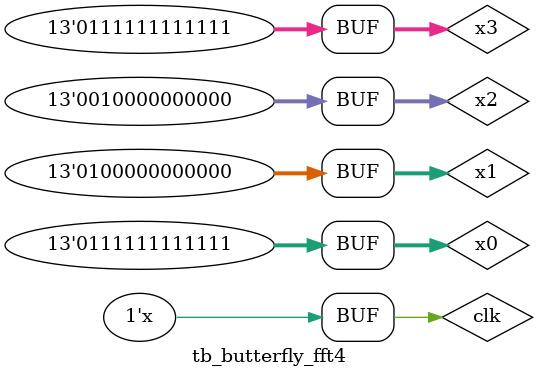
<source format=v>
/********************************************************************/
/*                                                                  */
/* Testbench: 4 pontos FFT manualisan osszedrotozott butterfly      */
/* modulokkal. A kimeneten az amplitudospektrum all elo!            */
/*                                                                  */
/********************************************************************/

`timescale 1ns / 1ps

module fft4(input clk, input signed [12:0] x0,x1,x2,x3, output signed [12:0] o0,o1,o2,o3);

	/* osszekoto jelek */
	wire signed [12:0] a,b,c,d,e,f,g,h,or0,oi0,or1,oi1,or2,oi2,or3,oi3;

	/* elso fokozat */
	butterfly butterfly_11(
		.clk(clk),
		.w_re(13'b0111111111111), //w=1
		.w_im(13'd0),
		.x1_re(x0),
		.x1_im(13'd0),
		.x2_re(x2),
		.x2_im(13'd0),
		.y1_re(a),
		.y1_im(b),
		.y2_re(c),
		.y2_im(d)
	);
	butterfly butterfly_12(
		.clk(clk),
		.w_re(13'b0111111111111), //w=1
		.w_im(13'd0),
		.x1_re(x1),
		.x1_im(13'd0),
		.x2_re(x3),
		.x2_im(13'd0),
		.y1_re(e),
		.y1_im(f),
		.y2_re(g),
		.y2_im(h)
	);

	/* masodik fokozat */
	butterfly butterfly_21(
		.clk(clk),
		.w_re(13'b0111111111111), //w=1
		.w_im(13'd0),
		.x1_re(a),
		.x1_im(b),
		.x2_re(e),
		.x2_im(f),
		.y1_re(or0),
		.y1_im(oi0),
		.y2_re(or2),
		.y2_im(oi2)
	);
	butterfly butterfly_22(
		.clk(clk),
		.w_re(13'd0),
		.w_im(13'b1000000000000), //w=-j
		.x1_re(c),
		.x1_im(d),
		.x2_re(g),
		.x2_im(h),
		.y1_re(or1),
		.y1_im(oi1),
		.y2_re(or3),
		.y2_im(oi3)
	);

	/* abszolutertek kepzese a kimeneten */
	abs abs_0(
		.y_re(or0),
		.y_im(oi0),
		.y_abs(o0)
	);
	abs abs_1(
		.y_re(or1),
		.y_im(oi1),
		.y_abs(o1)
	);
	abs abs_2(
		.y_re(or2),
		.y_im(oi2),
		.y_abs(o2)
	);
	abs abs_3(
		.y_re(or3),
		.y_im(oi3),
		.y_abs(o3)
	);

endmodule

module tb_butterfly_fft4;

	/* bemenetek */
	reg clk;
	reg signed [12:0] x0, x1, x2, x3;

	/* kimenetek */
	wire signed [12:0] o0, o1, o2, o3;

	fft4 uut(clk,x0,x1,x2,x3,o0,o1,o2,o3);
	
	initial begin
		clk=0;
		/* [0.125 0.125 0.125 0.125]  -->  [0.125 0 0 0] */
		x0=13'b0001000000000;
		x1=13'b0001000000000;
		x2=13'b0001000000000;
		x3=13'b0001000000000;
		#100;
		/* [1 1 1 1]  -->  [1 0 0 0] */
		x0=13'b0111111111111;
		x1=13'b0111111111111;
		x2=13'b0111111111111;
		x3=13'b0111111111111;
		#100;
		/* [0.5 0.25 0.5 0.25]  -->  [0.375 0 0.125 0] */
		x0=13'b0100000000000;
		x1=13'b0010000000000;
		x2=13'b0100000000000;
		x3=13'b0010000000000;
		#100;
		/* [1 0.5 0.25 1]  -->  [0.6875 0.2253 0.0625 0.2253] */
		x0=13'b0111111111111;
		x1=13'b0100000000000;
		x2=13'b0010000000000;
		x3=13'b0111111111111;
	end

always #5 clk<=~clk;

endmodule

</source>
